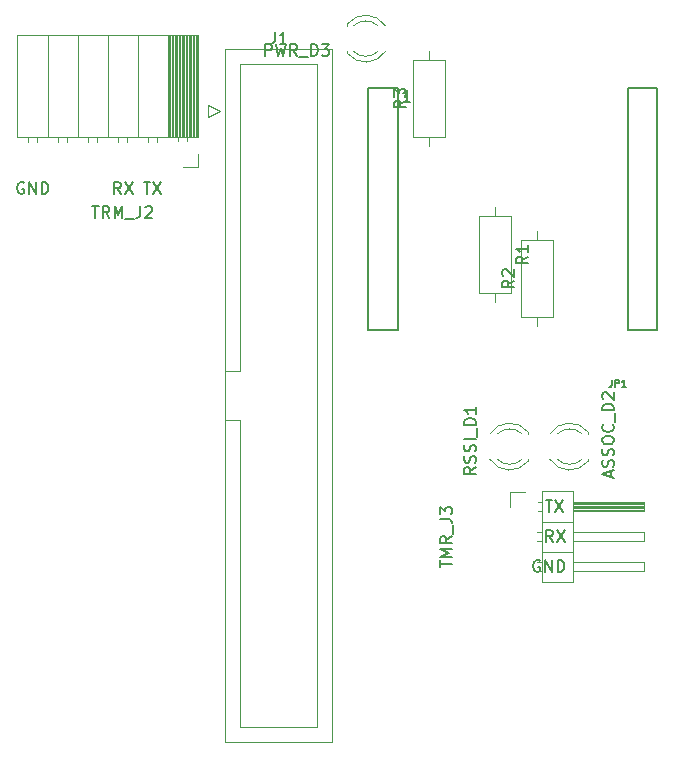
<source format=gbr>
G04 #@! TF.GenerationSoftware,KiCad,Pcbnew,(5.1.6)-1*
G04 #@! TF.CreationDate,2021-03-23T21:28:11+01:00*
G04 #@! TF.ProjectId,CentralUnit,43656e74-7261-46c5-956e-69742e6b6963,rev?*
G04 #@! TF.SameCoordinates,Original*
G04 #@! TF.FileFunction,Legend,Top*
G04 #@! TF.FilePolarity,Positive*
%FSLAX46Y46*%
G04 Gerber Fmt 4.6, Leading zero omitted, Abs format (unit mm)*
G04 Created by KiCad (PCBNEW (5.1.6)-1) date 2021-03-23 21:28:11*
%MOMM*%
%LPD*%
G01*
G04 APERTURE LIST*
%ADD10C,0.150000*%
%ADD11C,0.203200*%
%ADD12C,0.120000*%
%ADD13C,0.127000*%
%ADD14C,0.152400*%
G04 APERTURE END LIST*
D10*
X60198095Y-36028380D02*
X60769523Y-36028380D01*
X60483809Y-37028380D02*
X60483809Y-36028380D01*
X61007619Y-36028380D02*
X61674285Y-37028380D01*
X61674285Y-36028380D02*
X61007619Y-37028380D01*
X58253333Y-37028380D02*
X57920000Y-36552190D01*
X57681904Y-37028380D02*
X57681904Y-36028380D01*
X58062857Y-36028380D01*
X58158095Y-36076000D01*
X58205714Y-36123619D01*
X58253333Y-36218857D01*
X58253333Y-36361714D01*
X58205714Y-36456952D01*
X58158095Y-36504571D01*
X58062857Y-36552190D01*
X57681904Y-36552190D01*
X58586666Y-36028380D02*
X59253333Y-37028380D01*
X59253333Y-36028380D02*
X58586666Y-37028380D01*
X50038095Y-36076000D02*
X49942857Y-36028380D01*
X49800000Y-36028380D01*
X49657142Y-36076000D01*
X49561904Y-36171238D01*
X49514285Y-36266476D01*
X49466666Y-36456952D01*
X49466666Y-36599809D01*
X49514285Y-36790285D01*
X49561904Y-36885523D01*
X49657142Y-36980761D01*
X49800000Y-37028380D01*
X49895238Y-37028380D01*
X50038095Y-36980761D01*
X50085714Y-36933142D01*
X50085714Y-36599809D01*
X49895238Y-36599809D01*
X50514285Y-37028380D02*
X50514285Y-36028380D01*
X51085714Y-37028380D01*
X51085714Y-36028380D01*
X51561904Y-37028380D02*
X51561904Y-36028380D01*
X51800000Y-36028380D01*
X51942857Y-36076000D01*
X52038095Y-36171238D01*
X52085714Y-36266476D01*
X52133333Y-36456952D01*
X52133333Y-36599809D01*
X52085714Y-36790285D01*
X52038095Y-36885523D01*
X51942857Y-36980761D01*
X51800000Y-37028380D01*
X51561904Y-37028380D01*
X93726095Y-68080000D02*
X93630857Y-68032380D01*
X93488000Y-68032380D01*
X93345142Y-68080000D01*
X93249904Y-68175238D01*
X93202285Y-68270476D01*
X93154666Y-68460952D01*
X93154666Y-68603809D01*
X93202285Y-68794285D01*
X93249904Y-68889523D01*
X93345142Y-68984761D01*
X93488000Y-69032380D01*
X93583238Y-69032380D01*
X93726095Y-68984761D01*
X93773714Y-68937142D01*
X93773714Y-68603809D01*
X93583238Y-68603809D01*
X94202285Y-69032380D02*
X94202285Y-68032380D01*
X94773714Y-69032380D01*
X94773714Y-68032380D01*
X95249904Y-69032380D02*
X95249904Y-68032380D01*
X95488000Y-68032380D01*
X95630857Y-68080000D01*
X95726095Y-68175238D01*
X95773714Y-68270476D01*
X95821333Y-68460952D01*
X95821333Y-68603809D01*
X95773714Y-68794285D01*
X95726095Y-68889523D01*
X95630857Y-68984761D01*
X95488000Y-69032380D01*
X95249904Y-69032380D01*
X94234095Y-62952380D02*
X94805523Y-62952380D01*
X94519809Y-63952380D02*
X94519809Y-62952380D01*
X95043619Y-62952380D02*
X95710285Y-63952380D01*
X95710285Y-62952380D02*
X95043619Y-63952380D01*
X94829333Y-66492380D02*
X94496000Y-66016190D01*
X94257904Y-66492380D02*
X94257904Y-65492380D01*
X94638857Y-65492380D01*
X94734095Y-65540000D01*
X94781714Y-65587619D01*
X94829333Y-65682857D01*
X94829333Y-65825714D01*
X94781714Y-65920952D01*
X94734095Y-65968571D01*
X94638857Y-66016190D01*
X94257904Y-66016190D01*
X95162666Y-65492380D02*
X95829333Y-66492380D01*
X95829333Y-65492380D02*
X95162666Y-66492380D01*
D11*
X81691480Y-28026360D02*
X81691480Y-48526700D01*
X79192120Y-48526700D02*
X81691480Y-48526700D01*
X79192120Y-28026360D02*
X79192120Y-48526700D01*
X81691480Y-28026360D02*
X79192120Y-28026360D01*
X101188520Y-28026360D02*
X101188520Y-48526700D01*
X103687880Y-48526700D02*
X101188520Y-48526700D01*
X103687880Y-28026360D02*
X103687880Y-48526700D01*
X101188520Y-28026360D02*
X103687880Y-28026360D01*
D12*
X82958000Y-32226000D02*
X85698000Y-32226000D01*
X85698000Y-32226000D02*
X85698000Y-25686000D01*
X85698000Y-25686000D02*
X82958000Y-25686000D01*
X82958000Y-25686000D02*
X82958000Y-32226000D01*
X84328000Y-32996000D02*
X84328000Y-32226000D01*
X84328000Y-24916000D02*
X84328000Y-25686000D01*
X92102000Y-47466000D02*
X94842000Y-47466000D01*
X94842000Y-47466000D02*
X94842000Y-40926000D01*
X94842000Y-40926000D02*
X92102000Y-40926000D01*
X92102000Y-40926000D02*
X92102000Y-47466000D01*
X93472000Y-48236000D02*
X93472000Y-47466000D01*
X93472000Y-40156000D02*
X93472000Y-40926000D01*
X91286000Y-38894000D02*
X88546000Y-38894000D01*
X88546000Y-38894000D02*
X88546000Y-45434000D01*
X88546000Y-45434000D02*
X91286000Y-45434000D01*
X91286000Y-45434000D02*
X91286000Y-38894000D01*
X89916000Y-38124000D02*
X89916000Y-38894000D01*
X89916000Y-46204000D02*
X89916000Y-45434000D01*
X93896000Y-62170000D02*
X93896000Y-69910000D01*
X93896000Y-69910000D02*
X96556000Y-69910000D01*
X96556000Y-69910000D02*
X96556000Y-62170000D01*
X96556000Y-62170000D02*
X93896000Y-62170000D01*
X96556000Y-63120000D02*
X102556000Y-63120000D01*
X102556000Y-63120000D02*
X102556000Y-63880000D01*
X102556000Y-63880000D02*
X96556000Y-63880000D01*
X96556000Y-63180000D02*
X102556000Y-63180000D01*
X96556000Y-63300000D02*
X102556000Y-63300000D01*
X96556000Y-63420000D02*
X102556000Y-63420000D01*
X96556000Y-63540000D02*
X102556000Y-63540000D01*
X96556000Y-63660000D02*
X102556000Y-63660000D01*
X96556000Y-63780000D02*
X102556000Y-63780000D01*
X93566000Y-63120000D02*
X93896000Y-63120000D01*
X93566000Y-63880000D02*
X93896000Y-63880000D01*
X93896000Y-64770000D02*
X96556000Y-64770000D01*
X96556000Y-65660000D02*
X102556000Y-65660000D01*
X102556000Y-65660000D02*
X102556000Y-66420000D01*
X102556000Y-66420000D02*
X96556000Y-66420000D01*
X93498929Y-65660000D02*
X93896000Y-65660000D01*
X93498929Y-66420000D02*
X93896000Y-66420000D01*
X93896000Y-67310000D02*
X96556000Y-67310000D01*
X96556000Y-68200000D02*
X102556000Y-68200000D01*
X102556000Y-68200000D02*
X102556000Y-68960000D01*
X102556000Y-68960000D02*
X96556000Y-68960000D01*
X93498929Y-68200000D02*
X93896000Y-68200000D01*
X93498929Y-68960000D02*
X93896000Y-68960000D01*
X91186000Y-63500000D02*
X91186000Y-62230000D01*
X91186000Y-62230000D02*
X92456000Y-62230000D01*
X64710000Y-23565000D02*
X64710000Y-32195000D01*
X64591905Y-23565000D02*
X64591905Y-32195000D01*
X64473810Y-23565000D02*
X64473810Y-32195000D01*
X64355715Y-23565000D02*
X64355715Y-32195000D01*
X64237620Y-23565000D02*
X64237620Y-32195000D01*
X64119525Y-23565000D02*
X64119525Y-32195000D01*
X64001430Y-23565000D02*
X64001430Y-32195000D01*
X63883335Y-23565000D02*
X63883335Y-32195000D01*
X63765240Y-23565000D02*
X63765240Y-32195000D01*
X63647145Y-23565000D02*
X63647145Y-32195000D01*
X63529050Y-23565000D02*
X63529050Y-32195000D01*
X63410955Y-23565000D02*
X63410955Y-32195000D01*
X63292860Y-23565000D02*
X63292860Y-32195000D01*
X63174765Y-23565000D02*
X63174765Y-32195000D01*
X63056670Y-23565000D02*
X63056670Y-32195000D01*
X62938575Y-23565000D02*
X62938575Y-32195000D01*
X62820480Y-23565000D02*
X62820480Y-32195000D01*
X62702385Y-23565000D02*
X62702385Y-32195000D01*
X62584290Y-23565000D02*
X62584290Y-32195000D01*
X62466195Y-23565000D02*
X62466195Y-32195000D01*
X62348100Y-23565000D02*
X62348100Y-32195000D01*
X63860000Y-32195000D02*
X63860000Y-32545000D01*
X63140000Y-32195000D02*
X63140000Y-32545000D01*
X61320000Y-32195000D02*
X61320000Y-32605000D01*
X60600000Y-32195000D02*
X60600000Y-32605000D01*
X58780000Y-32195000D02*
X58780000Y-32605000D01*
X58060000Y-32195000D02*
X58060000Y-32605000D01*
X56240000Y-32195000D02*
X56240000Y-32605000D01*
X55520000Y-32195000D02*
X55520000Y-32605000D01*
X53700000Y-32195000D02*
X53700000Y-32605000D01*
X52980000Y-32195000D02*
X52980000Y-32605000D01*
X51160000Y-32195000D02*
X51160000Y-32605000D01*
X50440000Y-32195000D02*
X50440000Y-32605000D01*
X62230000Y-23565000D02*
X62230000Y-32195000D01*
X59690000Y-23565000D02*
X59690000Y-32195000D01*
X57150000Y-23565000D02*
X57150000Y-32195000D01*
X54610000Y-23565000D02*
X54610000Y-32195000D01*
X52070000Y-23565000D02*
X52070000Y-32195000D01*
X64830000Y-23565000D02*
X64830000Y-32195000D01*
X64830000Y-32195000D02*
X49470000Y-32195000D01*
X49470000Y-23565000D02*
X49470000Y-32195000D01*
X64830000Y-23565000D02*
X49470000Y-23565000D01*
X64830000Y-34765000D02*
X63500000Y-34765000D01*
X64830000Y-33655000D02*
X64830000Y-34765000D01*
X67060000Y-24765000D02*
X76180000Y-24765000D01*
X76180000Y-24765000D02*
X76180000Y-83445000D01*
X76180000Y-83445000D02*
X67060000Y-83445000D01*
X67060000Y-83445000D02*
X67060000Y-24765000D01*
X67060000Y-52055000D02*
X68370000Y-52055000D01*
X68370000Y-52055000D02*
X68370000Y-26065000D01*
X68370000Y-26065000D02*
X74870000Y-26065000D01*
X74870000Y-26065000D02*
X74870000Y-82145000D01*
X74870000Y-82145000D02*
X68370000Y-82145000D01*
X68370000Y-82145000D02*
X68370000Y-56155000D01*
X68370000Y-56155000D02*
X68370000Y-56155000D01*
X68370000Y-56155000D02*
X67060000Y-56155000D01*
X66670000Y-29975000D02*
X65670000Y-29475000D01*
X65670000Y-29475000D02*
X65670000Y-30475000D01*
X65670000Y-30475000D02*
X66670000Y-29975000D01*
X77434000Y-22640000D02*
X77434000Y-22796000D01*
X77434000Y-24956000D02*
X77434000Y-25112000D01*
X80035130Y-24955837D02*
G75*
G02*
X77953039Y-24956000I-1041130J1079837D01*
G01*
X80035130Y-22796163D02*
G75*
G03*
X77953039Y-22796000I-1041130J-1079837D01*
G01*
X80666335Y-24954608D02*
G75*
G02*
X77434000Y-25111516I-1672335J1078608D01*
G01*
X80666335Y-22797392D02*
G75*
G03*
X77434000Y-22640484I-1672335J-1078608D01*
G01*
X97826000Y-59656000D02*
X97826000Y-59500000D01*
X97826000Y-57340000D02*
X97826000Y-57184000D01*
X95224870Y-57340163D02*
G75*
G02*
X97306961Y-57340000I1041130J-1079837D01*
G01*
X95224870Y-59499837D02*
G75*
G03*
X97306961Y-59500000I1041130J1079837D01*
G01*
X94593665Y-57341392D02*
G75*
G02*
X97826000Y-57184484I1672335J-1078608D01*
G01*
X94593665Y-59498608D02*
G75*
G03*
X97826000Y-59655516I1672335J1078608D01*
G01*
X92746000Y-59656000D02*
X92746000Y-59500000D01*
X92746000Y-57340000D02*
X92746000Y-57184000D01*
X90144870Y-57340163D02*
G75*
G02*
X92226961Y-57340000I1041130J-1079837D01*
G01*
X90144870Y-59499837D02*
G75*
G03*
X92226961Y-59500000I1041130J1079837D01*
G01*
X89513665Y-57341392D02*
G75*
G02*
X92746000Y-57184484I1672335J-1078608D01*
G01*
X89513665Y-59498608D02*
G75*
G03*
X92746000Y-59655516I1672335J1078608D01*
G01*
D13*
X99822000Y-52752171D02*
X99822000Y-53187600D01*
X99792971Y-53274685D01*
X99734914Y-53332742D01*
X99647828Y-53361771D01*
X99589771Y-53361771D01*
X100112285Y-53361771D02*
X100112285Y-52752171D01*
X100344514Y-52752171D01*
X100402571Y-52781200D01*
X100431600Y-52810228D01*
X100460628Y-52868285D01*
X100460628Y-52955371D01*
X100431600Y-53013428D01*
X100402571Y-53042457D01*
X100344514Y-53071485D01*
X100112285Y-53071485D01*
X101041200Y-53361771D02*
X100692857Y-53361771D01*
X100867028Y-53361771D02*
X100867028Y-52752171D01*
X100808971Y-52839257D01*
X100750914Y-52897314D01*
X100692857Y-52926342D01*
D14*
X82738685Y-29227659D02*
X82158114Y-29227659D01*
X82448400Y-29227659D02*
X82448400Y-28211659D01*
X82351638Y-28356801D01*
X82254876Y-28453563D01*
X82158114Y-28501944D01*
D10*
X82410380Y-29122666D02*
X81934190Y-29456000D01*
X82410380Y-29694095D02*
X81410380Y-29694095D01*
X81410380Y-29313142D01*
X81458000Y-29217904D01*
X81505619Y-29170285D01*
X81600857Y-29122666D01*
X81743714Y-29122666D01*
X81838952Y-29170285D01*
X81886571Y-29217904D01*
X81934190Y-29313142D01*
X81934190Y-29694095D01*
X81410380Y-28789333D02*
X81410380Y-28170285D01*
X81791333Y-28503619D01*
X81791333Y-28360761D01*
X81838952Y-28265523D01*
X81886571Y-28217904D01*
X81981809Y-28170285D01*
X82219904Y-28170285D01*
X82315142Y-28217904D01*
X82362761Y-28265523D01*
X82410380Y-28360761D01*
X82410380Y-28646476D01*
X82362761Y-28741714D01*
X82315142Y-28789333D01*
X91554380Y-44362666D02*
X91078190Y-44696000D01*
X91554380Y-44934095D02*
X90554380Y-44934095D01*
X90554380Y-44553142D01*
X90602000Y-44457904D01*
X90649619Y-44410285D01*
X90744857Y-44362666D01*
X90887714Y-44362666D01*
X90982952Y-44410285D01*
X91030571Y-44457904D01*
X91078190Y-44553142D01*
X91078190Y-44934095D01*
X90649619Y-43981714D02*
X90602000Y-43934095D01*
X90554380Y-43838857D01*
X90554380Y-43600761D01*
X90602000Y-43505523D01*
X90649619Y-43457904D01*
X90744857Y-43410285D01*
X90840095Y-43410285D01*
X90982952Y-43457904D01*
X91554380Y-44029333D01*
X91554380Y-43410285D01*
X92738380Y-42330666D02*
X92262190Y-42664000D01*
X92738380Y-42902095D02*
X91738380Y-42902095D01*
X91738380Y-42521142D01*
X91786000Y-42425904D01*
X91833619Y-42378285D01*
X91928857Y-42330666D01*
X92071714Y-42330666D01*
X92166952Y-42378285D01*
X92214571Y-42425904D01*
X92262190Y-42521142D01*
X92262190Y-42902095D01*
X92738380Y-41378285D02*
X92738380Y-41949714D01*
X92738380Y-41664000D02*
X91738380Y-41664000D01*
X91881238Y-41759238D01*
X91976476Y-41854476D01*
X92024095Y-41949714D01*
X85304380Y-68635238D02*
X85304380Y-68063809D01*
X86304380Y-68349523D02*
X85304380Y-68349523D01*
X86304380Y-67730476D02*
X85304380Y-67730476D01*
X86018666Y-67397142D01*
X85304380Y-67063809D01*
X86304380Y-67063809D01*
X86304380Y-66016190D02*
X85828190Y-66349523D01*
X86304380Y-66587619D02*
X85304380Y-66587619D01*
X85304380Y-66206666D01*
X85352000Y-66111428D01*
X85399619Y-66063809D01*
X85494857Y-66016190D01*
X85637714Y-66016190D01*
X85732952Y-66063809D01*
X85780571Y-66111428D01*
X85828190Y-66206666D01*
X85828190Y-66587619D01*
X86399619Y-65825714D02*
X86399619Y-65063809D01*
X85304380Y-64540000D02*
X86018666Y-64540000D01*
X86161523Y-64587619D01*
X86256761Y-64682857D01*
X86304380Y-64825714D01*
X86304380Y-64920952D01*
X85304380Y-64159047D02*
X85304380Y-63540000D01*
X85685333Y-63873333D01*
X85685333Y-63730476D01*
X85732952Y-63635238D01*
X85780571Y-63587619D01*
X85875809Y-63540000D01*
X86113904Y-63540000D01*
X86209142Y-63587619D01*
X86256761Y-63635238D01*
X86304380Y-63730476D01*
X86304380Y-64016190D01*
X86256761Y-64111428D01*
X86209142Y-64159047D01*
X55824761Y-38060380D02*
X56396190Y-38060380D01*
X56110476Y-39060380D02*
X56110476Y-38060380D01*
X57300952Y-39060380D02*
X56967619Y-38584190D01*
X56729523Y-39060380D02*
X56729523Y-38060380D01*
X57110476Y-38060380D01*
X57205714Y-38108000D01*
X57253333Y-38155619D01*
X57300952Y-38250857D01*
X57300952Y-38393714D01*
X57253333Y-38488952D01*
X57205714Y-38536571D01*
X57110476Y-38584190D01*
X56729523Y-38584190D01*
X57729523Y-39060380D02*
X57729523Y-38060380D01*
X58062857Y-38774666D01*
X58396190Y-38060380D01*
X58396190Y-39060380D01*
X58634285Y-39155619D02*
X59396190Y-39155619D01*
X59919999Y-38060380D02*
X59919999Y-38774666D01*
X59872380Y-38917523D01*
X59777142Y-39012761D01*
X59634285Y-39060380D01*
X59539047Y-39060380D01*
X60348571Y-38155619D02*
X60396190Y-38108000D01*
X60491428Y-38060380D01*
X60729523Y-38060380D01*
X60824761Y-38108000D01*
X60872380Y-38155619D01*
X60920000Y-38250857D01*
X60920000Y-38346095D01*
X60872380Y-38488952D01*
X60300952Y-39060380D01*
X60920000Y-39060380D01*
X71286666Y-23327380D02*
X71286666Y-24041666D01*
X71239047Y-24184523D01*
X71143809Y-24279761D01*
X71000952Y-24327380D01*
X70905714Y-24327380D01*
X72286666Y-24327380D02*
X71715238Y-24327380D01*
X72000952Y-24327380D02*
X72000952Y-23327380D01*
X71905714Y-23470238D01*
X71810476Y-23565476D01*
X71715238Y-23613095D01*
X70461523Y-25344380D02*
X70461523Y-24344380D01*
X70842476Y-24344380D01*
X70937714Y-24392000D01*
X70985333Y-24439619D01*
X71032952Y-24534857D01*
X71032952Y-24677714D01*
X70985333Y-24772952D01*
X70937714Y-24820571D01*
X70842476Y-24868190D01*
X70461523Y-24868190D01*
X71366285Y-24344380D02*
X71604380Y-25344380D01*
X71794857Y-24630095D01*
X71985333Y-25344380D01*
X72223428Y-24344380D01*
X73175809Y-25344380D02*
X72842476Y-24868190D01*
X72604380Y-25344380D02*
X72604380Y-24344380D01*
X72985333Y-24344380D01*
X73080571Y-24392000D01*
X73128190Y-24439619D01*
X73175809Y-24534857D01*
X73175809Y-24677714D01*
X73128190Y-24772952D01*
X73080571Y-24820571D01*
X72985333Y-24868190D01*
X72604380Y-24868190D01*
X73366285Y-25439619D02*
X74128190Y-25439619D01*
X74366285Y-25344380D02*
X74366285Y-24344380D01*
X74604380Y-24344380D01*
X74747238Y-24392000D01*
X74842476Y-24487238D01*
X74890095Y-24582476D01*
X74937714Y-24772952D01*
X74937714Y-24915809D01*
X74890095Y-25106285D01*
X74842476Y-25201523D01*
X74747238Y-25296761D01*
X74604380Y-25344380D01*
X74366285Y-25344380D01*
X75271047Y-24344380D02*
X75890095Y-24344380D01*
X75556761Y-24725333D01*
X75699619Y-24725333D01*
X75794857Y-24772952D01*
X75842476Y-24820571D01*
X75890095Y-24915809D01*
X75890095Y-25153904D01*
X75842476Y-25249142D01*
X75794857Y-25296761D01*
X75699619Y-25344380D01*
X75413904Y-25344380D01*
X75318666Y-25296761D01*
X75271047Y-25249142D01*
X99734666Y-60975428D02*
X99734666Y-60499238D01*
X100020380Y-61070666D02*
X99020380Y-60737333D01*
X100020380Y-60404000D01*
X99972761Y-60118285D02*
X100020380Y-59975428D01*
X100020380Y-59737333D01*
X99972761Y-59642095D01*
X99925142Y-59594476D01*
X99829904Y-59546857D01*
X99734666Y-59546857D01*
X99639428Y-59594476D01*
X99591809Y-59642095D01*
X99544190Y-59737333D01*
X99496571Y-59927809D01*
X99448952Y-60023047D01*
X99401333Y-60070666D01*
X99306095Y-60118285D01*
X99210857Y-60118285D01*
X99115619Y-60070666D01*
X99068000Y-60023047D01*
X99020380Y-59927809D01*
X99020380Y-59689714D01*
X99068000Y-59546857D01*
X99972761Y-59165904D02*
X100020380Y-59023047D01*
X100020380Y-58784952D01*
X99972761Y-58689714D01*
X99925142Y-58642095D01*
X99829904Y-58594476D01*
X99734666Y-58594476D01*
X99639428Y-58642095D01*
X99591809Y-58689714D01*
X99544190Y-58784952D01*
X99496571Y-58975428D01*
X99448952Y-59070666D01*
X99401333Y-59118285D01*
X99306095Y-59165904D01*
X99210857Y-59165904D01*
X99115619Y-59118285D01*
X99068000Y-59070666D01*
X99020380Y-58975428D01*
X99020380Y-58737333D01*
X99068000Y-58594476D01*
X99020380Y-57975428D02*
X99020380Y-57784952D01*
X99068000Y-57689714D01*
X99163238Y-57594476D01*
X99353714Y-57546857D01*
X99687047Y-57546857D01*
X99877523Y-57594476D01*
X99972761Y-57689714D01*
X100020380Y-57784952D01*
X100020380Y-57975428D01*
X99972761Y-58070666D01*
X99877523Y-58165904D01*
X99687047Y-58213523D01*
X99353714Y-58213523D01*
X99163238Y-58165904D01*
X99068000Y-58070666D01*
X99020380Y-57975428D01*
X99925142Y-56546857D02*
X99972761Y-56594476D01*
X100020380Y-56737333D01*
X100020380Y-56832571D01*
X99972761Y-56975428D01*
X99877523Y-57070666D01*
X99782285Y-57118285D01*
X99591809Y-57165904D01*
X99448952Y-57165904D01*
X99258476Y-57118285D01*
X99163238Y-57070666D01*
X99068000Y-56975428D01*
X99020380Y-56832571D01*
X99020380Y-56737333D01*
X99068000Y-56594476D01*
X99115619Y-56546857D01*
X100115619Y-56356380D02*
X100115619Y-55594476D01*
X100020380Y-55356380D02*
X99020380Y-55356380D01*
X99020380Y-55118285D01*
X99068000Y-54975428D01*
X99163238Y-54880190D01*
X99258476Y-54832571D01*
X99448952Y-54784952D01*
X99591809Y-54784952D01*
X99782285Y-54832571D01*
X99877523Y-54880190D01*
X99972761Y-54975428D01*
X100020380Y-55118285D01*
X100020380Y-55356380D01*
X99115619Y-54404000D02*
X99068000Y-54356380D01*
X99020380Y-54261142D01*
X99020380Y-54023047D01*
X99068000Y-53927809D01*
X99115619Y-53880190D01*
X99210857Y-53832571D01*
X99306095Y-53832571D01*
X99448952Y-53880190D01*
X100020380Y-54451619D01*
X100020380Y-53832571D01*
X88336380Y-60150095D02*
X87860190Y-60483428D01*
X88336380Y-60721523D02*
X87336380Y-60721523D01*
X87336380Y-60340571D01*
X87384000Y-60245333D01*
X87431619Y-60197714D01*
X87526857Y-60150095D01*
X87669714Y-60150095D01*
X87764952Y-60197714D01*
X87812571Y-60245333D01*
X87860190Y-60340571D01*
X87860190Y-60721523D01*
X88288761Y-59769142D02*
X88336380Y-59626285D01*
X88336380Y-59388190D01*
X88288761Y-59292952D01*
X88241142Y-59245333D01*
X88145904Y-59197714D01*
X88050666Y-59197714D01*
X87955428Y-59245333D01*
X87907809Y-59292952D01*
X87860190Y-59388190D01*
X87812571Y-59578666D01*
X87764952Y-59673904D01*
X87717333Y-59721523D01*
X87622095Y-59769142D01*
X87526857Y-59769142D01*
X87431619Y-59721523D01*
X87384000Y-59673904D01*
X87336380Y-59578666D01*
X87336380Y-59340571D01*
X87384000Y-59197714D01*
X88288761Y-58816761D02*
X88336380Y-58673904D01*
X88336380Y-58435809D01*
X88288761Y-58340571D01*
X88241142Y-58292952D01*
X88145904Y-58245333D01*
X88050666Y-58245333D01*
X87955428Y-58292952D01*
X87907809Y-58340571D01*
X87860190Y-58435809D01*
X87812571Y-58626285D01*
X87764952Y-58721523D01*
X87717333Y-58769142D01*
X87622095Y-58816761D01*
X87526857Y-58816761D01*
X87431619Y-58769142D01*
X87384000Y-58721523D01*
X87336380Y-58626285D01*
X87336380Y-58388190D01*
X87384000Y-58245333D01*
X88336380Y-57816761D02*
X87336380Y-57816761D01*
X88431619Y-57578666D02*
X88431619Y-56816761D01*
X88336380Y-56578666D02*
X87336380Y-56578666D01*
X87336380Y-56340571D01*
X87384000Y-56197714D01*
X87479238Y-56102476D01*
X87574476Y-56054857D01*
X87764952Y-56007238D01*
X87907809Y-56007238D01*
X88098285Y-56054857D01*
X88193523Y-56102476D01*
X88288761Y-56197714D01*
X88336380Y-56340571D01*
X88336380Y-56578666D01*
X88336380Y-55054857D02*
X88336380Y-55626285D01*
X88336380Y-55340571D02*
X87336380Y-55340571D01*
X87479238Y-55435809D01*
X87574476Y-55531047D01*
X87622095Y-55626285D01*
M02*

</source>
